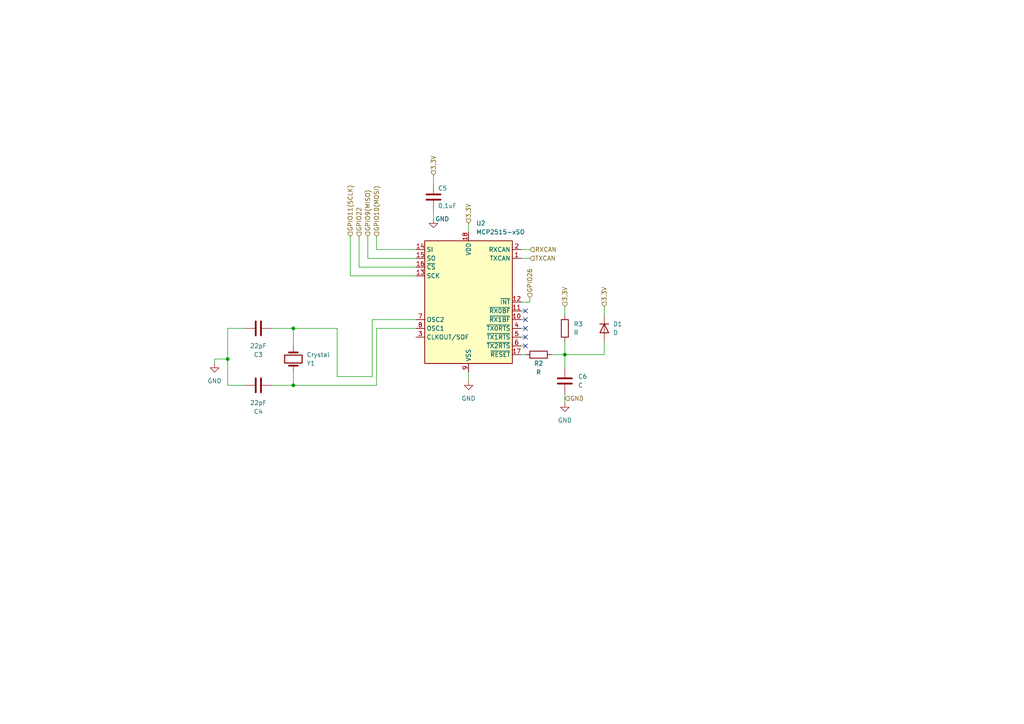
<source format=kicad_sch>
(kicad_sch (version 20230121) (generator eeschema)

  (uuid 72bb4e6e-7670-4df7-84b4-8ae0e86f209b)

  (paper "A4")

  (lib_symbols
    (symbol "Device:C" (pin_numbers hide) (pin_names (offset 0.254)) (in_bom yes) (on_board yes)
      (property "Reference" "C" (at 0.635 2.54 0)
        (effects (font (size 1.27 1.27)) (justify left))
      )
      (property "Value" "C" (at 0.635 -2.54 0)
        (effects (font (size 1.27 1.27)) (justify left))
      )
      (property "Footprint" "" (at 0.9652 -3.81 0)
        (effects (font (size 1.27 1.27)) hide)
      )
      (property "Datasheet" "~" (at 0 0 0)
        (effects (font (size 1.27 1.27)) hide)
      )
      (property "ki_keywords" "cap capacitor" (at 0 0 0)
        (effects (font (size 1.27 1.27)) hide)
      )
      (property "ki_description" "Unpolarized capacitor" (at 0 0 0)
        (effects (font (size 1.27 1.27)) hide)
      )
      (property "ki_fp_filters" "C_*" (at 0 0 0)
        (effects (font (size 1.27 1.27)) hide)
      )
      (symbol "C_0_1"
        (polyline
          (pts
            (xy -2.032 -0.762)
            (xy 2.032 -0.762)
          )
          (stroke (width 0.508) (type default))
          (fill (type none))
        )
        (polyline
          (pts
            (xy -2.032 0.762)
            (xy 2.032 0.762)
          )
          (stroke (width 0.508) (type default))
          (fill (type none))
        )
      )
      (symbol "C_1_1"
        (pin passive line (at 0 3.81 270) (length 2.794)
          (name "~" (effects (font (size 1.27 1.27))))
          (number "1" (effects (font (size 1.27 1.27))))
        )
        (pin passive line (at 0 -3.81 90) (length 2.794)
          (name "~" (effects (font (size 1.27 1.27))))
          (number "2" (effects (font (size 1.27 1.27))))
        )
      )
    )
    (symbol "Device:Crystal" (pin_numbers hide) (pin_names (offset 1.016) hide) (in_bom yes) (on_board yes)
      (property "Reference" "Y" (at 0 3.81 0)
        (effects (font (size 1.27 1.27)))
      )
      (property "Value" "Crystal" (at 0 -3.81 0)
        (effects (font (size 1.27 1.27)))
      )
      (property "Footprint" "" (at 0 0 0)
        (effects (font (size 1.27 1.27)) hide)
      )
      (property "Datasheet" "~" (at 0 0 0)
        (effects (font (size 1.27 1.27)) hide)
      )
      (property "ki_keywords" "quartz ceramic resonator oscillator" (at 0 0 0)
        (effects (font (size 1.27 1.27)) hide)
      )
      (property "ki_description" "Two pin crystal" (at 0 0 0)
        (effects (font (size 1.27 1.27)) hide)
      )
      (property "ki_fp_filters" "Crystal*" (at 0 0 0)
        (effects (font (size 1.27 1.27)) hide)
      )
      (symbol "Crystal_0_1"
        (rectangle (start -1.143 2.54) (end 1.143 -2.54)
          (stroke (width 0.3048) (type default))
          (fill (type none))
        )
        (polyline
          (pts
            (xy -2.54 0)
            (xy -1.905 0)
          )
          (stroke (width 0) (type default))
          (fill (type none))
        )
        (polyline
          (pts
            (xy -1.905 -1.27)
            (xy -1.905 1.27)
          )
          (stroke (width 0.508) (type default))
          (fill (type none))
        )
        (polyline
          (pts
            (xy 1.905 -1.27)
            (xy 1.905 1.27)
          )
          (stroke (width 0.508) (type default))
          (fill (type none))
        )
        (polyline
          (pts
            (xy 2.54 0)
            (xy 1.905 0)
          )
          (stroke (width 0) (type default))
          (fill (type none))
        )
      )
      (symbol "Crystal_1_1"
        (pin passive line (at -3.81 0 0) (length 1.27)
          (name "1" (effects (font (size 1.27 1.27))))
          (number "1" (effects (font (size 1.27 1.27))))
        )
        (pin passive line (at 3.81 0 180) (length 1.27)
          (name "2" (effects (font (size 1.27 1.27))))
          (number "2" (effects (font (size 1.27 1.27))))
        )
      )
    )
    (symbol "Device:D" (pin_numbers hide) (pin_names (offset 1.016) hide) (in_bom yes) (on_board yes)
      (property "Reference" "D" (at 0 2.54 0)
        (effects (font (size 1.27 1.27)))
      )
      (property "Value" "D" (at 0 -2.54 0)
        (effects (font (size 1.27 1.27)))
      )
      (property "Footprint" "" (at 0 0 0)
        (effects (font (size 1.27 1.27)) hide)
      )
      (property "Datasheet" "~" (at 0 0 0)
        (effects (font (size 1.27 1.27)) hide)
      )
      (property "Sim.Device" "D" (at 0 0 0)
        (effects (font (size 1.27 1.27)) hide)
      )
      (property "Sim.Pins" "1=K 2=A" (at 0 0 0)
        (effects (font (size 1.27 1.27)) hide)
      )
      (property "ki_keywords" "diode" (at 0 0 0)
        (effects (font (size 1.27 1.27)) hide)
      )
      (property "ki_description" "Diode" (at 0 0 0)
        (effects (font (size 1.27 1.27)) hide)
      )
      (property "ki_fp_filters" "TO-???* *_Diode_* *SingleDiode* D_*" (at 0 0 0)
        (effects (font (size 1.27 1.27)) hide)
      )
      (symbol "D_0_1"
        (polyline
          (pts
            (xy -1.27 1.27)
            (xy -1.27 -1.27)
          )
          (stroke (width 0.254) (type default))
          (fill (type none))
        )
        (polyline
          (pts
            (xy 1.27 0)
            (xy -1.27 0)
          )
          (stroke (width 0) (type default))
          (fill (type none))
        )
        (polyline
          (pts
            (xy 1.27 1.27)
            (xy 1.27 -1.27)
            (xy -1.27 0)
            (xy 1.27 1.27)
          )
          (stroke (width 0.254) (type default))
          (fill (type none))
        )
      )
      (symbol "D_1_1"
        (pin passive line (at -3.81 0 0) (length 2.54)
          (name "K" (effects (font (size 1.27 1.27))))
          (number "1" (effects (font (size 1.27 1.27))))
        )
        (pin passive line (at 3.81 0 180) (length 2.54)
          (name "A" (effects (font (size 1.27 1.27))))
          (number "2" (effects (font (size 1.27 1.27))))
        )
      )
    )
    (symbol "Device:R" (pin_numbers hide) (pin_names (offset 0)) (in_bom yes) (on_board yes)
      (property "Reference" "R" (at 2.032 0 90)
        (effects (font (size 1.27 1.27)))
      )
      (property "Value" "R" (at 0 0 90)
        (effects (font (size 1.27 1.27)))
      )
      (property "Footprint" "" (at -1.778 0 90)
        (effects (font (size 1.27 1.27)) hide)
      )
      (property "Datasheet" "~" (at 0 0 0)
        (effects (font (size 1.27 1.27)) hide)
      )
      (property "ki_keywords" "R res resistor" (at 0 0 0)
        (effects (font (size 1.27 1.27)) hide)
      )
      (property "ki_description" "Resistor" (at 0 0 0)
        (effects (font (size 1.27 1.27)) hide)
      )
      (property "ki_fp_filters" "R_*" (at 0 0 0)
        (effects (font (size 1.27 1.27)) hide)
      )
      (symbol "R_0_1"
        (rectangle (start -1.016 -2.54) (end 1.016 2.54)
          (stroke (width 0.254) (type default))
          (fill (type none))
        )
      )
      (symbol "R_1_1"
        (pin passive line (at 0 3.81 270) (length 1.27)
          (name "~" (effects (font (size 1.27 1.27))))
          (number "1" (effects (font (size 1.27 1.27))))
        )
        (pin passive line (at 0 -3.81 90) (length 1.27)
          (name "~" (effects (font (size 1.27 1.27))))
          (number "2" (effects (font (size 1.27 1.27))))
        )
      )
    )
    (symbol "Interface_CAN_LIN:MCP2515-xSO" (in_bom yes) (on_board yes)
      (property "Reference" "U" (at -10.16 19.685 0)
        (effects (font (size 1.27 1.27)) (justify right))
      )
      (property "Value" "MCP2515-xSO" (at 19.05 20.32 0)
        (effects (font (size 1.27 1.27)) (justify right top))
      )
      (property "Footprint" "Package_SO:SOIC-18W_7.5x11.6mm_P1.27mm" (at 0 -22.86 0)
        (effects (font (size 1.27 1.27) italic) hide)
      )
      (property "Datasheet" "http://ww1.microchip.com/downloads/en/DeviceDoc/21801e.pdf" (at 2.54 -20.32 0)
        (effects (font (size 1.27 1.27)) hide)
      )
      (property "ki_keywords" "CAN Controller SPI" (at 0 0 0)
        (effects (font (size 1.27 1.27)) hide)
      )
      (property "ki_description" "Stand-Alone CAN Controller with SPI Interface, SOIC-18" (at 0 0 0)
        (effects (font (size 1.27 1.27)) hide)
      )
      (property "ki_fp_filters" "SOIC*7.5x11.6mm*P1.27mm*" (at 0 0 0)
        (effects (font (size 1.27 1.27)) hide)
      )
      (symbol "MCP2515-xSO_0_1"
        (rectangle (start -12.7 17.78) (end 12.7 -17.78)
          (stroke (width 0.254) (type default))
          (fill (type background))
        )
      )
      (symbol "MCP2515-xSO_1_1"
        (pin output line (at 15.24 12.7 180) (length 2.54)
          (name "TXCAN" (effects (font (size 1.27 1.27))))
          (number "1" (effects (font (size 1.27 1.27))))
        )
        (pin output line (at 15.24 -5.08 180) (length 2.54)
          (name "~{RX1BF}" (effects (font (size 1.27 1.27))))
          (number "10" (effects (font (size 1.27 1.27))))
        )
        (pin output line (at 15.24 -2.54 180) (length 2.54)
          (name "~{RX0BF}" (effects (font (size 1.27 1.27))))
          (number "11" (effects (font (size 1.27 1.27))))
        )
        (pin output line (at 15.24 0 180) (length 2.54)
          (name "~{INT}" (effects (font (size 1.27 1.27))))
          (number "12" (effects (font (size 1.27 1.27))))
        )
        (pin input line (at -15.24 7.62 0) (length 2.54)
          (name "SCK" (effects (font (size 1.27 1.27))))
          (number "13" (effects (font (size 1.27 1.27))))
        )
        (pin input line (at -15.24 15.24 0) (length 2.54)
          (name "SI" (effects (font (size 1.27 1.27))))
          (number "14" (effects (font (size 1.27 1.27))))
        )
        (pin output line (at -15.24 12.7 0) (length 2.54)
          (name "SO" (effects (font (size 1.27 1.27))))
          (number "15" (effects (font (size 1.27 1.27))))
        )
        (pin input line (at -15.24 10.16 0) (length 2.54)
          (name "~{CS}" (effects (font (size 1.27 1.27))))
          (number "16" (effects (font (size 1.27 1.27))))
        )
        (pin input line (at 15.24 -15.24 180) (length 2.54)
          (name "~{RESET}" (effects (font (size 1.27 1.27))))
          (number "17" (effects (font (size 1.27 1.27))))
        )
        (pin power_in line (at 0 20.32 270) (length 2.54)
          (name "VDD" (effects (font (size 1.27 1.27))))
          (number "18" (effects (font (size 1.27 1.27))))
        )
        (pin input line (at 15.24 15.24 180) (length 2.54)
          (name "RXCAN" (effects (font (size 1.27 1.27))))
          (number "2" (effects (font (size 1.27 1.27))))
        )
        (pin output line (at -15.24 -10.16 0) (length 2.54)
          (name "CLKOUT/SOF" (effects (font (size 1.27 1.27))))
          (number "3" (effects (font (size 1.27 1.27))))
        )
        (pin input line (at 15.24 -7.62 180) (length 2.54)
          (name "~{TX0RTS}" (effects (font (size 1.27 1.27))))
          (number "4" (effects (font (size 1.27 1.27))))
        )
        (pin input line (at 15.24 -10.16 180) (length 2.54)
          (name "~{TX1RTS}" (effects (font (size 1.27 1.27))))
          (number "5" (effects (font (size 1.27 1.27))))
        )
        (pin input line (at 15.24 -12.7 180) (length 2.54)
          (name "~{TX2RTS}" (effects (font (size 1.27 1.27))))
          (number "6" (effects (font (size 1.27 1.27))))
        )
        (pin output line (at -15.24 -5.08 0) (length 2.54)
          (name "OSC2" (effects (font (size 1.27 1.27))))
          (number "7" (effects (font (size 1.27 1.27))))
        )
        (pin input line (at -15.24 -7.62 0) (length 2.54)
          (name "OSC1" (effects (font (size 1.27 1.27))))
          (number "8" (effects (font (size 1.27 1.27))))
        )
        (pin power_in line (at 0 -20.32 90) (length 2.54)
          (name "VSS" (effects (font (size 1.27 1.27))))
          (number "9" (effects (font (size 1.27 1.27))))
        )
      )
    )
    (symbol "power:GND" (power) (pin_names (offset 0)) (in_bom yes) (on_board yes)
      (property "Reference" "#PWR" (at 0 -6.35 0)
        (effects (font (size 1.27 1.27)) hide)
      )
      (property "Value" "GND" (at 0 -3.81 0)
        (effects (font (size 1.27 1.27)))
      )
      (property "Footprint" "" (at 0 0 0)
        (effects (font (size 1.27 1.27)) hide)
      )
      (property "Datasheet" "" (at 0 0 0)
        (effects (font (size 1.27 1.27)) hide)
      )
      (property "ki_keywords" "global power" (at 0 0 0)
        (effects (font (size 1.27 1.27)) hide)
      )
      (property "ki_description" "Power symbol creates a global label with name \"GND\" , ground" (at 0 0 0)
        (effects (font (size 1.27 1.27)) hide)
      )
      (symbol "GND_0_1"
        (polyline
          (pts
            (xy 0 0)
            (xy 0 -1.27)
            (xy 1.27 -1.27)
            (xy 0 -2.54)
            (xy -1.27 -1.27)
            (xy 0 -1.27)
          )
          (stroke (width 0) (type default))
          (fill (type none))
        )
      )
      (symbol "GND_1_1"
        (pin power_in line (at 0 0 270) (length 0) hide
          (name "GND" (effects (font (size 1.27 1.27))))
          (number "1" (effects (font (size 1.27 1.27))))
        )
      )
    )
  )

  (junction (at 66.04 104.14) (diameter 0) (color 0 0 0 0)
    (uuid 6a7275a8-d4f5-49a1-86ea-6e4a006f1a7b)
  )
  (junction (at 85.09 111.76) (diameter 0) (color 0 0 0 0)
    (uuid 857401c3-fc15-4bb4-855d-7b43615419de)
  )
  (junction (at 85.09 95.25) (diameter 0) (color 0 0 0 0)
    (uuid b260f092-d693-4013-9b9f-cdd9260ff340)
  )
  (junction (at 163.83 102.87) (diameter 0) (color 0 0 0 0)
    (uuid bcfa5d8d-13bb-4060-bd4b-3593f59eecf6)
  )

  (no_connect (at 152.4 92.71) (uuid 14b2e5f8-fffd-4f40-ace9-1d5c24c50f86))
  (no_connect (at 152.4 97.79) (uuid 21f3b75a-584e-4a97-98be-b5d9287f5f2d))
  (no_connect (at 152.4 100.33) (uuid 43755fb2-313f-4a53-9c2b-31fa9badc46c))
  (no_connect (at 152.4 95.25) (uuid cd522c52-e8a4-48ca-b13e-a357ced81a89))
  (no_connect (at 152.4 90.17) (uuid e8359b07-e977-456b-a50e-5b4880c8b611))

  (wire (pts (xy 151.13 72.39) (xy 153.67 72.39))
    (stroke (width 0) (type default))
    (uuid 08ccbbfb-ec6c-4028-b1b0-abf2da9d1203)
  )
  (wire (pts (xy 66.04 95.25) (xy 71.12 95.25))
    (stroke (width 0) (type default))
    (uuid 0abd5d03-94b0-4c31-8cd2-ad9f6a6c0c17)
  )
  (wire (pts (xy 151.13 102.87) (xy 152.4 102.87))
    (stroke (width 0) (type default))
    (uuid 0b2f4391-ad18-4f57-917b-6dd526f68c53)
  )
  (wire (pts (xy 85.09 111.76) (xy 109.22 111.76))
    (stroke (width 0) (type default))
    (uuid 123787aa-ba43-412d-add3-49c526a4a09a)
  )
  (wire (pts (xy 152.4 100.33) (xy 151.13 100.33))
    (stroke (width 0) (type default))
    (uuid 12be12af-8c8a-485c-9716-e2e78f54b437)
  )
  (wire (pts (xy 97.79 95.25) (xy 85.09 95.25))
    (stroke (width 0) (type default))
    (uuid 13fafd88-cc38-419a-850a-99072b4d7974)
  )
  (wire (pts (xy 125.73 60.96) (xy 125.73 63.5))
    (stroke (width 0) (type default))
    (uuid 162f0b7f-046b-4ad3-b163-a78809aa5e59)
  )
  (wire (pts (xy 85.09 95.25) (xy 78.74 95.25))
    (stroke (width 0) (type default))
    (uuid 1a85c8f9-7274-4a0c-85b8-7ba416ea005e)
  )
  (wire (pts (xy 101.6 68.58) (xy 101.6 80.01))
    (stroke (width 0) (type default))
    (uuid 1cd7b4a6-3c30-4b38-9d65-479f93b34afe)
  )
  (wire (pts (xy 151.13 74.93) (xy 153.67 74.93))
    (stroke (width 0) (type default))
    (uuid 228c26eb-c96f-41f0-9d67-d5b6debb659f)
  )
  (wire (pts (xy 62.23 105.41) (xy 62.23 104.14))
    (stroke (width 0) (type default))
    (uuid 232e7264-0fae-49e3-b4d7-efdcb654ac32)
  )
  (wire (pts (xy 175.26 102.87) (xy 163.83 102.87))
    (stroke (width 0) (type default))
    (uuid 29b36229-92fd-45a8-84b6-4a6f2f26aad5)
  )
  (wire (pts (xy 62.23 104.14) (xy 66.04 104.14))
    (stroke (width 0) (type default))
    (uuid 2e64a803-29ac-4171-8222-52cf3fee2f0d)
  )
  (wire (pts (xy 109.22 72.39) (xy 120.65 72.39))
    (stroke (width 0) (type default))
    (uuid 2eac9295-511f-4f88-bff5-abd2d29309be)
  )
  (wire (pts (xy 109.22 111.76) (xy 109.22 95.25))
    (stroke (width 0) (type default))
    (uuid 34ef643b-843d-463f-a165-e4edcd25e1ab)
  )
  (wire (pts (xy 175.26 99.06) (xy 175.26 102.87))
    (stroke (width 0) (type default))
    (uuid 38cd7e74-02a3-4b0b-a280-4fddbf690f8b)
  )
  (wire (pts (xy 160.02 102.87) (xy 163.83 102.87))
    (stroke (width 0) (type default))
    (uuid 3bd1b25f-ab95-46a7-82d2-c5b7660f69d7)
  )
  (wire (pts (xy 78.74 111.76) (xy 85.09 111.76))
    (stroke (width 0) (type default))
    (uuid 41f1c232-3fa3-4f63-9d9f-4a688a9b220f)
  )
  (wire (pts (xy 97.79 109.22) (xy 107.95 109.22))
    (stroke (width 0) (type default))
    (uuid 43fba266-323e-4d61-a0da-c4ca941c1bc7)
  )
  (wire (pts (xy 101.6 80.01) (xy 120.65 80.01))
    (stroke (width 0) (type default))
    (uuid 49da35fe-b07a-4c09-be8f-f0a39ab8b072)
  )
  (wire (pts (xy 66.04 111.76) (xy 66.04 104.14))
    (stroke (width 0) (type default))
    (uuid 4feada10-69d7-4e86-bcc2-22147f3ecb3e)
  )
  (wire (pts (xy 109.22 95.25) (xy 120.65 95.25))
    (stroke (width 0) (type default))
    (uuid 548485ac-6a97-4dd2-b808-8da2d6c73d14)
  )
  (wire (pts (xy 104.14 68.58) (xy 104.14 77.47))
    (stroke (width 0) (type default))
    (uuid 5516a1e0-c861-49db-98e3-3dd75f0261ec)
  )
  (wire (pts (xy 104.14 77.47) (xy 120.65 77.47))
    (stroke (width 0) (type default))
    (uuid 60623900-20cc-4438-8d43-07e45a795526)
  )
  (wire (pts (xy 153.67 87.63) (xy 151.13 87.63))
    (stroke (width 0) (type default))
    (uuid 65439ae3-8c58-4afa-9233-e3662588cada)
  )
  (wire (pts (xy 163.83 114.3) (xy 163.83 116.84))
    (stroke (width 0) (type default))
    (uuid 6b3de110-350f-4dcb-a6c1-09d770ab461a)
  )
  (wire (pts (xy 152.4 95.25) (xy 151.13 95.25))
    (stroke (width 0) (type default))
    (uuid 6b5ff743-09b5-4764-9265-1b2f4d1d7d46)
  )
  (wire (pts (xy 85.09 100.33) (xy 85.09 95.25))
    (stroke (width 0) (type default))
    (uuid 6f5dcd17-a4b1-4d7b-ace4-342124bbdc8f)
  )
  (wire (pts (xy 163.83 102.87) (xy 163.83 106.68))
    (stroke (width 0) (type default))
    (uuid 89b9dd76-8819-49cf-9a97-ea1e3be2e55d)
  )
  (wire (pts (xy 71.12 111.76) (xy 66.04 111.76))
    (stroke (width 0) (type default))
    (uuid 8f0f96c1-2394-4225-b7b1-29893645f544)
  )
  (wire (pts (xy 152.4 92.71) (xy 151.13 92.71))
    (stroke (width 0) (type default))
    (uuid 9687a99f-9357-4b22-8df9-45370bcff5b1)
  )
  (wire (pts (xy 97.79 109.22) (xy 97.79 95.25))
    (stroke (width 0) (type default))
    (uuid 9c022935-4214-44be-9035-95657a09ccc0)
  )
  (wire (pts (xy 152.4 97.79) (xy 151.13 97.79))
    (stroke (width 0) (type default))
    (uuid 9e9a5001-b026-48a4-8231-f89ddd50ce58)
  )
  (wire (pts (xy 135.89 64.77) (xy 135.89 67.31))
    (stroke (width 0) (type default))
    (uuid 9ee2e26e-f3eb-4c8c-8cff-737e7ead8f94)
  )
  (wire (pts (xy 163.83 88.9) (xy 163.83 91.44))
    (stroke (width 0) (type default))
    (uuid a5c8e2e1-1287-4431-981c-7f159da551e0)
  )
  (wire (pts (xy 66.04 104.14) (xy 66.04 95.25))
    (stroke (width 0) (type default))
    (uuid a9d8e448-5b85-4768-baa2-bf7c17f5168f)
  )
  (wire (pts (xy 125.73 50.8) (xy 125.73 53.34))
    (stroke (width 0) (type default))
    (uuid afc9ed94-3c58-46a4-a67e-24babf3ff3a8)
  )
  (wire (pts (xy 175.26 88.9) (xy 175.26 91.44))
    (stroke (width 0) (type default))
    (uuid bb83c544-097f-4f94-a7fb-ce137846b4c6)
  )
  (wire (pts (xy 135.89 107.95) (xy 135.89 110.49))
    (stroke (width 0) (type default))
    (uuid c005da8b-0871-4828-b6c4-9001e186bb29)
  )
  (wire (pts (xy 106.68 74.93) (xy 120.65 74.93))
    (stroke (width 0) (type default))
    (uuid c34388a0-0f8f-4c38-b1c7-9a3efa2d3016)
  )
  (wire (pts (xy 107.95 92.71) (xy 120.65 92.71))
    (stroke (width 0) (type default))
    (uuid c62406b1-f3c1-4a51-8178-5ba27075bfc6)
  )
  (wire (pts (xy 106.68 68.58) (xy 106.68 74.93))
    (stroke (width 0) (type default))
    (uuid c71fb3ec-a680-429c-8c27-73c5838f3213)
  )
  (wire (pts (xy 107.95 109.22) (xy 107.95 92.71))
    (stroke (width 0) (type default))
    (uuid c982723e-f822-4480-913d-3ea9a70d0e94)
  )
  (wire (pts (xy 152.4 90.17) (xy 151.13 90.17))
    (stroke (width 0) (type default))
    (uuid de3c4f46-bc7c-4c27-893d-0f81978a391e)
  )
  (wire (pts (xy 163.83 102.87) (xy 163.83 99.06))
    (stroke (width 0) (type default))
    (uuid e4f2443b-67ad-417f-83d9-7f6f483d4202)
  )
  (wire (pts (xy 109.22 68.58) (xy 109.22 72.39))
    (stroke (width 0) (type default))
    (uuid f2c9de99-a8b8-4d68-afbd-19ccd6529655)
  )
  (wire (pts (xy 153.67 86.36) (xy 153.67 87.63))
    (stroke (width 0) (type default))
    (uuid f4997fcd-1ef3-4f5b-b4ba-3fb56f94ec26)
  )
  (wire (pts (xy 85.09 111.76) (xy 85.09 107.95))
    (stroke (width 0) (type default))
    (uuid fd7a6395-089b-443b-8aa2-ada0f9d09d53)
  )

  (hierarchical_label "GPIO22" (shape input) (at 104.14 68.58 90) (fields_autoplaced)
    (effects (font (size 1.27 1.27)) (justify left))
    (uuid 129d27fd-5ab9-4fb3-ad4f-027be70e1238)
    (property "Intersheetrefs" "${INTERSHEET_REFS}" (at 104.14 58.7005 90)
      (effects (font (size 1.27 1.27)) (justify left) hide)
    )
  )
  (hierarchical_label "GPIO26" (shape input) (at 153.67 86.36 90) (fields_autoplaced)
    (effects (font (size 1.27 1.27)) (justify left))
    (uuid 186d69bf-5836-4a11-86fb-59de19bce25e)
    (property "Intersheetrefs" "${INTERSHEET_REFS}" (at 153.67 76.4805 90)
      (effects (font (size 1.27 1.27)) (justify left) hide)
    )
  )
  (hierarchical_label "GND" (shape input) (at 163.83 115.57 0) (fields_autoplaced)
    (effects (font (size 1.27 1.27)) (justify left))
    (uuid 251a2c9c-455f-42eb-907e-cf8972f307d9)
  )
  (hierarchical_label "3,3V" (shape input) (at 135.89 64.77 90) (fields_autoplaced)
    (effects (font (size 1.27 1.27)) (justify left))
    (uuid 3248fb68-47a7-4dfd-abb3-53ba8c762125)
    (property "Intersheetrefs" "${INTERSHEET_REFS}" (at 135.89 57.6724 90)
      (effects (font (size 1.27 1.27)) (justify left) hide)
    )
  )
  (hierarchical_label "GPIO11(SCLK)" (shape input) (at 101.6 68.58 90) (fields_autoplaced)
    (effects (font (size 1.27 1.27)) (justify left))
    (uuid 539153f8-f98d-417f-98b1-5dac02e374a2)
    (property "Intersheetrefs" "${INTERSHEET_REFS}" (at 101.6 52.2295 90)
      (effects (font (size 1.27 1.27)) (justify left) hide)
    )
  )
  (hierarchical_label "TXCAN" (shape input) (at 153.67 74.93 0) (fields_autoplaced)
    (effects (font (size 1.27 1.27)) (justify left))
    (uuid 77d65806-5674-47c9-acc6-2cd0a0921dde)
    (property "Intersheetrefs" "${INTERSHEET_REFS}" (at 162.5214 74.93 0)
      (effects (font (size 1.27 1.27)) (justify left) hide)
    )
  )
  (hierarchical_label "3,3V" (shape input) (at 163.83 88.9 90) (fields_autoplaced)
    (effects (font (size 1.27 1.27)) (justify left))
    (uuid 7c9ca1c8-0e76-47b1-8329-17d31e8fe983)
    (property "Intersheetrefs" "${INTERSHEET_REFS}" (at 163.83 81.8024 90)
      (effects (font (size 1.27 1.27)) (justify left) hide)
    )
  )
  (hierarchical_label "RXCAN" (shape input) (at 153.67 72.39 0) (fields_autoplaced)
    (effects (font (size 1.27 1.27)) (justify left))
    (uuid 8109f0ce-7858-4cc0-adff-4ed1d617a35d)
    (property "Intersheetrefs" "${INTERSHEET_REFS}" (at 162.8238 72.39 0)
      (effects (font (size 1.27 1.27)) (justify left) hide)
    )
  )
  (hierarchical_label "GPIO9(MISO)" (shape input) (at 106.68 68.58 90) (fields_autoplaced)
    (effects (font (size 1.27 1.27)) (justify left))
    (uuid a6eb512d-42ba-4c93-837c-6c49f167e5a7)
    (property "Intersheetrefs" "${INTERSHEET_REFS}" (at 106.68 53.6204 90)
      (effects (font (size 1.27 1.27)) (justify left) hide)
    )
  )
  (hierarchical_label "3,3V" (shape input) (at 175.26 88.9 90) (fields_autoplaced)
    (effects (font (size 1.27 1.27)) (justify left))
    (uuid b65ccdd7-558d-4f63-83d6-b81ed5538522)
    (property "Intersheetrefs" "${INTERSHEET_REFS}" (at 175.26 81.8024 90)
      (effects (font (size 1.27 1.27)) (justify left) hide)
    )
  )
  (hierarchical_label "3,3V" (shape input) (at 125.73 50.8 90) (fields_autoplaced)
    (effects (font (size 1.27 1.27)) (justify left))
    (uuid c457fadd-1b66-433a-9a8e-63e7f5b583c5)
    (property "Intersheetrefs" "${INTERSHEET_REFS}" (at 125.73 43.7024 90)
      (effects (font (size 1.27 1.27)) (justify left) hide)
    )
  )
  (hierarchical_label "GPIO10(MOSI)" (shape input) (at 109.22 68.58 90) (fields_autoplaced)
    (effects (font (size 1.27 1.27)) (justify left))
    (uuid fb29f85b-9f17-4ab4-b544-75f7a5fb5d3a)
    (property "Intersheetrefs" "${INTERSHEET_REFS}" (at 109.22 52.4109 90)
      (effects (font (size 1.27 1.27)) (justify left) hide)
    )
  )

  (symbol (lib_id "Device:C") (at 74.93 95.25 270) (mirror x) (unit 1)
    (in_bom yes) (on_board yes) (dnp no) (fields_autoplaced)
    (uuid 05643cb4-e8e1-4321-b174-057435f80541)
    (property "Reference" "C5" (at 74.93 102.87 90)
      (effects (font (size 1.27 1.27)))
    )
    (property "Value" "22pF" (at 74.93 100.33 90)
      (effects (font (size 1.27 1.27)))
    )
    (property "Footprint" "Capacitor_SMD:C_0603_1608Metric_Pad1.08x0.95mm_HandSolder" (at 71.12 94.2848 0)
      (effects (font (size 1.27 1.27)) hide)
    )
    (property "Datasheet" "~" (at 74.93 95.25 0)
      (effects (font (size 1.27 1.27)) hide)
    )
    (pin "1" (uuid 1b615b01-9ea3-4688-91d7-1ee9fb37b4a2))
    (pin "2" (uuid 9d8cef8d-76fa-4a49-b302-13e2f87a2dd1))
    (instances
      (project "FPCB_Teste"
        (path "/194c8d0e-bdc2-41bf-880c-a2be7e4b7daa/a04f7e67-26c1-4373-b22c-e93fe033cf4c"
          (reference "C5") (unit 1)
        )
      )
      (project "MCP2515"
        (path "/72bb4e6e-7670-4df7-84b4-8ae0e86f209b"
          (reference "C3") (unit 1)
        )
      )
    )
  )

  (symbol (lib_id "Device:C") (at 74.93 111.76 270) (mirror x) (unit 1)
    (in_bom yes) (on_board yes) (dnp no) (fields_autoplaced)
    (uuid 220a3201-3f37-4073-9c7e-2681399d2942)
    (property "Reference" "C6" (at 74.93 119.38 90)
      (effects (font (size 1.27 1.27)))
    )
    (property "Value" "22pF" (at 74.93 116.84 90)
      (effects (font (size 1.27 1.27)))
    )
    (property "Footprint" "Capacitor_SMD:C_0603_1608Metric_Pad1.08x0.95mm_HandSolder" (at 71.12 110.7948 0)
      (effects (font (size 1.27 1.27)) hide)
    )
    (property "Datasheet" "~" (at 74.93 111.76 0)
      (effects (font (size 1.27 1.27)) hide)
    )
    (pin "1" (uuid be0e2166-5be4-4b53-9777-645a4dbb9875))
    (pin "2" (uuid 59b157e4-33ca-4219-9349-cfb12e62e435))
    (instances
      (project "FPCB_Teste"
        (path "/194c8d0e-bdc2-41bf-880c-a2be7e4b7daa/a04f7e67-26c1-4373-b22c-e93fe033cf4c"
          (reference "C6") (unit 1)
        )
      )
      (project "MCP2515"
        (path "/72bb4e6e-7670-4df7-84b4-8ae0e86f209b"
          (reference "C4") (unit 1)
        )
      )
    )
  )

  (symbol (lib_id "power:GND") (at 125.73 63.5 0) (mirror y) (unit 1)
    (in_bom yes) (on_board yes) (dnp no)
    (uuid 5ead33b5-148b-42cd-96b6-f117efd5cecd)
    (property "Reference" "#PWR010" (at 125.73 69.85 0)
      (effects (font (size 1.27 1.27)) hide)
    )
    (property "Value" "GND" (at 128.27 63.5 0)
      (effects (font (size 1.27 1.27)))
    )
    (property "Footprint" "" (at 125.73 63.5 0)
      (effects (font (size 1.27 1.27)) hide)
    )
    (property "Datasheet" "" (at 125.73 63.5 0)
      (effects (font (size 1.27 1.27)) hide)
    )
    (pin "1" (uuid 84010d94-a522-4b74-a5f9-5aa7432cab62))
    (instances
      (project "FPCB_Teste"
        (path "/194c8d0e-bdc2-41bf-880c-a2be7e4b7daa/a04f7e67-26c1-4373-b22c-e93fe033cf4c"
          (reference "#PWR010") (unit 1)
        )
      )
      (project "MCP2515"
        (path "/72bb4e6e-7670-4df7-84b4-8ae0e86f209b"
          (reference "#PWR06") (unit 1)
        )
      )
    )
  )

  (symbol (lib_id "power:GND") (at 163.83 116.84 0) (mirror y) (unit 1)
    (in_bom yes) (on_board yes) (dnp no) (fields_autoplaced)
    (uuid 605fb4a4-dc2f-4501-85a1-ece9888a05f7)
    (property "Reference" "#PWR012" (at 163.83 123.19 0)
      (effects (font (size 1.27 1.27)) hide)
    )
    (property "Value" "GND" (at 163.83 121.92 0)
      (effects (font (size 1.27 1.27)))
    )
    (property "Footprint" "" (at 163.83 116.84 0)
      (effects (font (size 1.27 1.27)) hide)
    )
    (property "Datasheet" "" (at 163.83 116.84 0)
      (effects (font (size 1.27 1.27)) hide)
    )
    (pin "1" (uuid 8a89fe3c-3fda-437e-b1ef-d82385c3d122))
    (instances
      (project "FPCB_Teste"
        (path "/194c8d0e-bdc2-41bf-880c-a2be7e4b7daa/a04f7e67-26c1-4373-b22c-e93fe033cf4c"
          (reference "#PWR012") (unit 1)
        )
      )
      (project "MCP2515"
        (path "/72bb4e6e-7670-4df7-84b4-8ae0e86f209b"
          (reference "#PWR08") (unit 1)
        )
      )
    )
  )

  (symbol (lib_id "Device:C") (at 163.83 110.49 0) (unit 1)
    (in_bom yes) (on_board yes) (dnp no) (fields_autoplaced)
    (uuid 77639a1f-57b8-43b3-b62a-df9287dc45de)
    (property "Reference" "C8" (at 167.64 109.22 0)
      (effects (font (size 1.27 1.27)) (justify left))
    )
    (property "Value" "C" (at 167.64 111.76 0)
      (effects (font (size 1.27 1.27)) (justify left))
    )
    (property "Footprint" "Capacitor_SMD:C_0603_1608Metric_Pad1.08x0.95mm_HandSolder" (at 164.7952 114.3 0)
      (effects (font (size 1.27 1.27)) hide)
    )
    (property "Datasheet" "~" (at 163.83 110.49 0)
      (effects (font (size 1.27 1.27)) hide)
    )
    (pin "1" (uuid 197e90ba-b411-481a-86f2-0e7c98ea881c))
    (pin "2" (uuid 157a0c2b-5395-4e62-a20e-7dd84553d11b))
    (instances
      (project "FPCB_Teste"
        (path "/194c8d0e-bdc2-41bf-880c-a2be7e4b7daa/a04f7e67-26c1-4373-b22c-e93fe033cf4c"
          (reference "C8") (unit 1)
        )
      )
      (project "MCP2515"
        (path "/72bb4e6e-7670-4df7-84b4-8ae0e86f209b"
          (reference "C6") (unit 1)
        )
      )
    )
  )

  (symbol (lib_id "Device:D") (at 175.26 95.25 270) (unit 1)
    (in_bom yes) (on_board yes) (dnp no) (fields_autoplaced)
    (uuid a4e31398-89a5-4d81-869f-d6e51b8683ee)
    (property "Reference" "D1" (at 177.8 93.98 90)
      (effects (font (size 1.27 1.27)) (justify left))
    )
    (property "Value" "D" (at 177.8 96.52 90)
      (effects (font (size 1.27 1.27)) (justify left))
    )
    (property "Footprint" "Diode_SMD:D_SOD-128" (at 175.26 95.25 0)
      (effects (font (size 1.27 1.27)) hide)
    )
    (property "Datasheet" "~" (at 175.26 95.25 0)
      (effects (font (size 1.27 1.27)) hide)
    )
    (property "Sim.Device" "D" (at 175.26 95.25 0)
      (effects (font (size 1.27 1.27)) hide)
    )
    (property "Sim.Pins" "1=K 2=A" (at 175.26 95.25 0)
      (effects (font (size 1.27 1.27)) hide)
    )
    (pin "1" (uuid 551ae46d-c043-420f-9e9a-a21f60111ad1))
    (pin "2" (uuid 405627b7-bd39-43bc-a8f5-7ad5cc9c964c))
    (instances
      (project "FPCB_Teste"
        (path "/194c8d0e-bdc2-41bf-880c-a2be7e4b7daa/a04f7e67-26c1-4373-b22c-e93fe033cf4c"
          (reference "D1") (unit 1)
        )
      )
      (project "MCP2515"
        (path "/72bb4e6e-7670-4df7-84b4-8ae0e86f209b"
          (reference "D1") (unit 1)
        )
      )
    )
  )

  (symbol (lib_id "Interface_CAN_LIN:MCP2515-xSO") (at 135.89 87.63 0) (unit 1)
    (in_bom yes) (on_board yes) (dnp no) (fields_autoplaced)
    (uuid a70d8436-25fc-4819-abac-9f7a9057c47b)
    (property "Reference" "U3" (at 138.0841 64.77 0)
      (effects (font (size 1.27 1.27)) (justify left))
    )
    (property "Value" "MCP2515-xSO" (at 138.0841 67.31 0)
      (effects (font (size 1.27 1.27)) (justify left))
    )
    (property "Footprint" "Package_SO:SOIC-18W_7.5x11.6mm_P1.27mm" (at 135.89 110.49 0)
      (effects (font (size 1.27 1.27) italic) hide)
    )
    (property "Datasheet" "http://ww1.microchip.com/downloads/en/DeviceDoc/21801e.pdf" (at 138.43 107.95 0)
      (effects (font (size 1.27 1.27)) hide)
    )
    (pin "1" (uuid a8a4e29e-23cd-476e-bb34-593a3fca3d98))
    (pin "10" (uuid dc215af3-3fb3-4481-a992-e76a9be60661))
    (pin "11" (uuid a435e1b1-01ee-4604-aa47-9deb7b5976ec))
    (pin "12" (uuid f9d4a4d7-2a5c-4a50-98b1-a457951ae463))
    (pin "13" (uuid e3432b19-6491-40e8-b534-134e57568e85))
    (pin "14" (uuid 8dff03f5-67c0-4fa1-9465-eac5615d22c4))
    (pin "15" (uuid 41eb8254-9d21-496e-882a-6385853ae65e))
    (pin "16" (uuid b21008b6-c625-44b2-b54d-70cf0c4f19c3))
    (pin "17" (uuid 4f9447a5-701f-4714-bf1a-bdeab031c8e6))
    (pin "18" (uuid cb122f1c-80e5-4453-a27e-f64bcf71d38e))
    (pin "2" (uuid e9122ec9-453b-49a9-8262-bbd902dcc574))
    (pin "3" (uuid 8f4a79a4-4081-4cab-a024-e0c6359ea0cd))
    (pin "4" (uuid b7f77c38-c2a8-4bfb-9362-ebc274aa4f1a))
    (pin "5" (uuid 491e40e5-07fe-48ee-a8de-93e84fa1a1f1))
    (pin "6" (uuid ebe92994-7fe3-4968-b580-2cf891f82aae))
    (pin "7" (uuid 824dc26f-b6cb-4e30-b3e1-06c6bcdb7350))
    (pin "8" (uuid 44e38017-7a35-46b4-b69d-16b8b9788ccf))
    (pin "9" (uuid 01140561-5e34-471d-b445-f56641ed6f12))
    (instances
      (project "FPCB_Teste"
        (path "/194c8d0e-bdc2-41bf-880c-a2be7e4b7daa/a04f7e67-26c1-4373-b22c-e93fe033cf4c"
          (reference "U3") (unit 1)
        )
      )
      (project "MCP2515"
        (path "/72bb4e6e-7670-4df7-84b4-8ae0e86f209b"
          (reference "U2") (unit 1)
        )
      )
    )
  )

  (symbol (lib_id "Device:R") (at 156.21 102.87 90) (unit 1)
    (in_bom yes) (on_board yes) (dnp no)
    (uuid b5637af7-8520-43af-8482-dad5dc655a0c)
    (property "Reference" "R3" (at 156.21 105.41 90)
      (effects (font (size 1.27 1.27)))
    )
    (property "Value" "R" (at 156.21 107.95 90)
      (effects (font (size 1.27 1.27)))
    )
    (property "Footprint" "Resistor_SMD:R_0603_1608Metric_Pad0.98x0.95mm_HandSolder" (at 156.21 104.648 90)
      (effects (font (size 1.27 1.27)) hide)
    )
    (property "Datasheet" "~" (at 156.21 102.87 0)
      (effects (font (size 1.27 1.27)) hide)
    )
    (pin "1" (uuid 78ddee3b-c284-467d-904f-1d425eb35820))
    (pin "2" (uuid 8611f908-dd8a-467e-9a89-fa7f01b85b74))
    (instances
      (project "FPCB_Teste"
        (path "/194c8d0e-bdc2-41bf-880c-a2be7e4b7daa/a04f7e67-26c1-4373-b22c-e93fe033cf4c"
          (reference "R3") (unit 1)
        )
      )
      (project "MCP2515"
        (path "/72bb4e6e-7670-4df7-84b4-8ae0e86f209b"
          (reference "R2") (unit 1)
        )
      )
    )
  )

  (symbol (lib_id "Device:Crystal") (at 85.09 104.14 90) (mirror x) (unit 1)
    (in_bom yes) (on_board yes) (dnp no) (fields_autoplaced)
    (uuid d00fc885-d06f-4484-ab75-e2d22ce98670)
    (property "Reference" "Y1" (at 88.9 105.41 90)
      (effects (font (size 1.27 1.27)) (justify right))
    )
    (property "Value" "Crystal" (at 88.9 102.87 90)
      (effects (font (size 1.27 1.27)) (justify right))
    )
    (property "Footprint" "Crystal:Crystal_HC49-4H_Vertical" (at 85.09 104.14 0)
      (effects (font (size 1.27 1.27)) hide)
    )
    (property "Datasheet" "~" (at 85.09 104.14 0)
      (effects (font (size 1.27 1.27)) hide)
    )
    (pin "1" (uuid 4387b962-5cc2-4560-a7a6-16fc07827c4d))
    (pin "2" (uuid 0966784d-417f-4f2d-94dd-b804b506a72f))
    (instances
      (project "FPCB_Teste"
        (path "/194c8d0e-bdc2-41bf-880c-a2be7e4b7daa/a04f7e67-26c1-4373-b22c-e93fe033cf4c"
          (reference "Y1") (unit 1)
        )
      )
      (project "MCP2515"
        (path "/72bb4e6e-7670-4df7-84b4-8ae0e86f209b"
          (reference "Y1") (unit 1)
        )
      )
    )
  )

  (symbol (lib_id "Device:C") (at 125.73 57.15 0) (unit 1)
    (in_bom yes) (on_board yes) (dnp no)
    (uuid d4ebf427-d9f4-4780-a71c-33e4f8e724b2)
    (property "Reference" "C7" (at 127 54.61 0)
      (effects (font (size 1.27 1.27)) (justify left))
    )
    (property "Value" "0,1uF" (at 127 59.69 0)
      (effects (font (size 1.27 1.27)) (justify left))
    )
    (property "Footprint" "Capacitor_SMD:C_0603_1608Metric_Pad1.08x0.95mm_HandSolder" (at 126.6952 60.96 0)
      (effects (font (size 1.27 1.27)) hide)
    )
    (property "Datasheet" "~" (at 125.73 57.15 0)
      (effects (font (size 1.27 1.27)) hide)
    )
    (pin "1" (uuid 7b10eb35-65ba-400f-ab4c-c126a7e64617))
    (pin "2" (uuid 954fddac-6dca-422d-87df-1469cefca040))
    (instances
      (project "FPCB_Teste"
        (path "/194c8d0e-bdc2-41bf-880c-a2be7e4b7daa/a04f7e67-26c1-4373-b22c-e93fe033cf4c"
          (reference "C7") (unit 1)
        )
      )
      (project "MCP2515"
        (path "/72bb4e6e-7670-4df7-84b4-8ae0e86f209b"
          (reference "C5") (unit 1)
        )
      )
    )
  )

  (symbol (lib_id "power:GND") (at 135.89 110.49 0) (mirror y) (unit 1)
    (in_bom yes) (on_board yes) (dnp no) (fields_autoplaced)
    (uuid e30e3e4a-d270-4b47-bb48-f59fa19c2934)
    (property "Reference" "#PWR011" (at 135.89 116.84 0)
      (effects (font (size 1.27 1.27)) hide)
    )
    (property "Value" "GND" (at 135.89 115.57 0)
      (effects (font (size 1.27 1.27)))
    )
    (property "Footprint" "" (at 135.89 110.49 0)
      (effects (font (size 1.27 1.27)) hide)
    )
    (property "Datasheet" "" (at 135.89 110.49 0)
      (effects (font (size 1.27 1.27)) hide)
    )
    (pin "1" (uuid 06a811ae-c970-4850-b6c2-d2ecfecb48f0))
    (instances
      (project "FPCB_Teste"
        (path "/194c8d0e-bdc2-41bf-880c-a2be7e4b7daa/a04f7e67-26c1-4373-b22c-e93fe033cf4c"
          (reference "#PWR011") (unit 1)
        )
      )
      (project "MCP2515"
        (path "/72bb4e6e-7670-4df7-84b4-8ae0e86f209b"
          (reference "#PWR07") (unit 1)
        )
      )
    )
  )

  (symbol (lib_id "Device:R") (at 163.83 95.25 0) (unit 1)
    (in_bom yes) (on_board yes) (dnp no) (fields_autoplaced)
    (uuid e7c3ee32-133d-487d-a65b-b1b7437a3c91)
    (property "Reference" "R4" (at 166.37 93.98 0)
      (effects (font (size 1.27 1.27)) (justify left))
    )
    (property "Value" "R" (at 166.37 96.52 0)
      (effects (font (size 1.27 1.27)) (justify left))
    )
    (property "Footprint" "Resistor_SMD:R_0603_1608Metric_Pad0.98x0.95mm_HandSolder" (at 162.052 95.25 90)
      (effects (font (size 1.27 1.27)) hide)
    )
    (property "Datasheet" "~" (at 163.83 95.25 0)
      (effects (font (size 1.27 1.27)) hide)
    )
    (pin "1" (uuid a689438a-9ff7-4d86-9439-a402d72a9d15))
    (pin "2" (uuid 91bbc2d2-d0d2-4eaa-ab5a-7c6629bfd5c5))
    (instances
      (project "FPCB_Teste"
        (path "/194c8d0e-bdc2-41bf-880c-a2be7e4b7daa/a04f7e67-26c1-4373-b22c-e93fe033cf4c"
          (reference "R4") (unit 1)
        )
      )
      (project "MCP2515"
        (path "/72bb4e6e-7670-4df7-84b4-8ae0e86f209b"
          (reference "R3") (unit 1)
        )
      )
    )
  )

  (symbol (lib_id "power:GND") (at 62.23 105.41 0) (mirror y) (unit 1)
    (in_bom yes) (on_board yes) (dnp no) (fields_autoplaced)
    (uuid ff69aa23-b99b-4722-9877-cf6aa7586f75)
    (property "Reference" "#PWR09" (at 62.23 111.76 0)
      (effects (font (size 1.27 1.27)) hide)
    )
    (property "Value" "GND" (at 62.23 110.49 0)
      (effects (font (size 1.27 1.27)))
    )
    (property "Footprint" "" (at 62.23 105.41 0)
      (effects (font (size 1.27 1.27)) hide)
    )
    (property "Datasheet" "" (at 62.23 105.41 0)
      (effects (font (size 1.27 1.27)) hide)
    )
    (pin "1" (uuid e725d274-5fa6-4165-8751-c47beef4639d))
    (instances
      (project "FPCB_Teste"
        (path "/194c8d0e-bdc2-41bf-880c-a2be7e4b7daa/a04f7e67-26c1-4373-b22c-e93fe033cf4c"
          (reference "#PWR09") (unit 1)
        )
      )
      (project "MCP2515"
        (path "/72bb4e6e-7670-4df7-84b4-8ae0e86f209b"
          (reference "#PWR05") (unit 1)
        )
      )
    )
  )

  (sheet_instances
    (path "/" (page "1"))
  )
)

</source>
